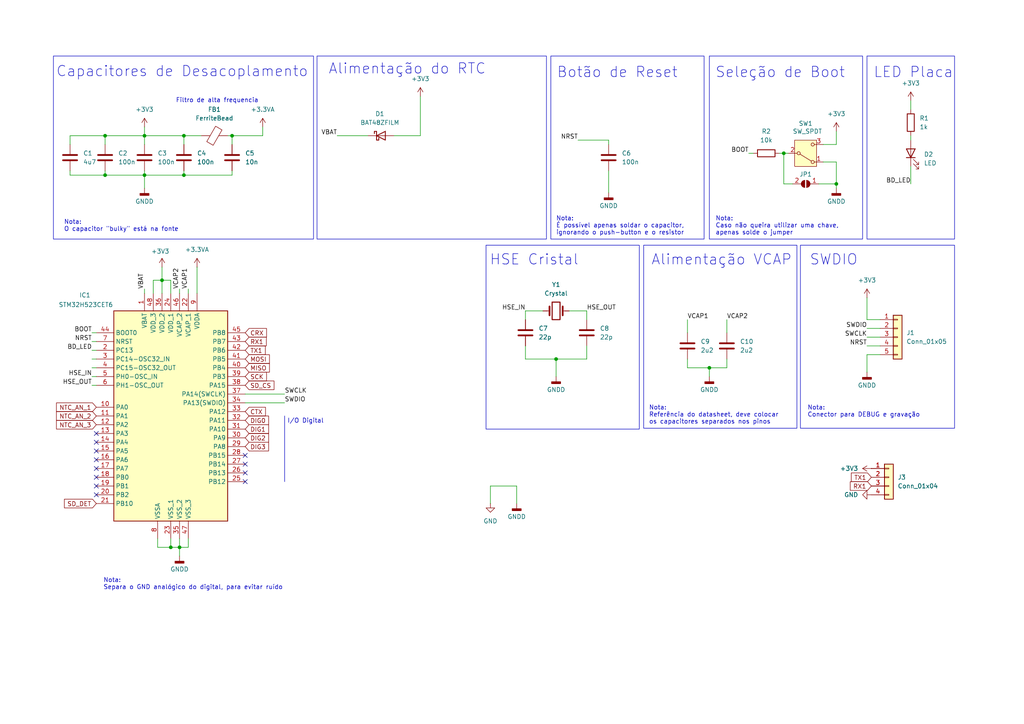
<source format=kicad_sch>
(kicad_sch (version 20231120) (generator "eeschema") (generator_version "8.0")
  (paper "A4")
  (lib_symbols
    (symbol "+3V3_1" (power) (pin_numbers hide) (pin_names (offset 0) hide)
      (property "Value" "+3V3" (at 0 3.556 0))
      (symbol "+3V3_1_0_1"
        (polyline (pts (xy -0.762 1.27) (xy 0 2.54)))
        (polyline (pts (xy 0 0) (xy 0 2.54)))
        (polyline (pts (xy 0 2.54) (xy 0.762 1.27)))
      )
      (symbol "+3V3_1_1_1"
        (pin power_in line (at 0 0 90) (length 0) (name "~") (number "1"))
      )
    )
    (symbol "+3V3_2" (power) (pin_numbers hide) (pin_names (offset 0) hide)
      (property "Value" "+3V3" (at 0 3.556 0))
      (symbol "+3V3_2_0_1"
        (polyline (pts (xy -0.762 1.27) (xy 0 2.54)))
        (polyline (pts (xy 0 0) (xy 0 2.54)))
        (polyline (pts (xy 0 2.54) (xy 0.762 1.27)))
      )
      (symbol "+3V3_2_1_1"
        (pin power_in line (at 0 0 90) (length 0) (name "~") (number "1"))
      )
    )
    (symbol "BajaKICAD:STM32H523CET6"
      (property "Reference" "IC" (at 39.37 17.78 0))
      (property "Value" "STM32H523CET6" (at 39.37 15.24 0))
      (symbol "STM32H523CET6_1_1"
        (rectangle (start 5.08 12.7) (end 38.1 -48.26) (stroke (width 0.254)) (fill (type background)))
        (pin passive line (at 13.97 17.78 270) (length 5.08) (name "VBAT") (number "1"))
        (pin passive line (at 0 -15.24 0) (length 5.08) (name "PA0") (number "10"))
        (pin passive line (at 0 -17.78 0) (length 5.08) (name "PA1") (number "11"))
        (pin passive line (at 0 -20.32 0) (length 5.08) (name "PA2") (number "12"))
        (pin passive line (at 0 -22.86 0) (length 5.08) (name "PA3") (number "13"))
        (pin passive line (at 0 -25.4 0) (length 5.08) (name "PA4") (number "14"))
        (pin passive line (at 0 -27.94 0) (length 5.08) (name "PA5") (number "15"))
        (pin passive line (at 0 -30.48 0) (length 5.08) (name "PA6") (number "16"))
        (pin passive line (at 0 -33.02 0) (length 5.08) (name "PA7") (number "17"))
        (pin passive line (at 0 -35.56 0) (length 5.08) (name "PB0") (number "18"))
        (pin passive line (at 0 -38.1 0) (length 5.08) (name "PB1") (number "19"))
        (pin passive line (at 0 1.27 0) (length 5.08) (name "PC13") (number "2"))
        (pin passive line (at 0 -40.64 0) (length 5.08) (name "PB2") (number "20"))
        (pin passive line (at 0 -43.18 0) (length 5.08) (name "PB10") (number "21"))
        (pin passive line (at 26.67 17.78 270) (length 5.08) (name "VCAP_1") (number "22"))
        (pin passive line (at 21.59 -53.34 90) (length 5.08) (name "VSS_1") (number "23"))
        (pin passive line (at 21.59 17.78 270) (length 5.08) (name "VDD_1") (number "24"))
        (pin passive line (at 43.18 -36.83 180) (length 5.08) (name "PB12") (number "25"))
        (pin passive line (at 43.18 -34.29 180) (length 5.08) (name "PB13") (number "26"))
        (pin passive line (at 43.18 -31.75 180) (length 5.08) (name "PB14") (number "27"))
        (pin passive line (at 43.18 -29.21 180) (length 5.08) (name "PB15") (number "28"))
        (pin passive line (at 43.18 -26.67 180) (length 5.08) (name "PA8") (number "29"))
        (pin passive line (at 0 -1.27 0) (length 5.08) (name "PC14-OSC32_IN") (number "3"))
        (pin passive line (at 43.18 -24.13 180) (length 5.08) (name "PA9") (number "30"))
        (pin passive line (at 43.18 -21.59 180) (length 5.08) (name "PA10") (number "31"))
        (pin passive line (at 43.18 -19.05 180) (length 5.08) (name "PA11") (number "32"))
        (pin passive line (at 43.18 -16.51 180) (length 5.08) (name "PA12") (number "33"))
        (pin passive line (at 43.18 -13.97 180) (length 5.08) (name "PA13(SWDIO)") (number "34"))
        (pin passive line (at 24.13 -53.34 90) (length 5.08) (name "VSS_2") (number "35"))
        (pin passive line (at 19.05 17.78 270) (length 5.08) (name "VDD_2") (number "36"))
        (pin passive line (at 43.18 -11.43 180) (length 5.08) (name "PA14(SWCLK)") (number "37"))
        (pin passive line (at 43.18 -8.89 180) (length 5.08) (name "PA15") (number "38"))
        (pin passive line (at 43.18 -6.35 180) (length 5.08) (name "PB3") (number "39"))
        (pin passive line (at 0 -3.81 0) (length 5.08) (name "PC15-OSC32_OUT") (number "4"))
        (pin passive line (at 43.18 -3.81 180) (length 5.08) (name "PB4") (number "40"))
        (pin passive line (at 43.18 -1.27 180) (length 5.08) (name "PB5") (number "41"))
        (pin passive line (at 43.18 1.27 180) (length 5.08) (name "PB6") (number "42"))
        (pin passive line (at 43.18 3.81 180) (length 5.08) (name "PB7") (number "43"))
        (pin passive line (at 0 6.35 0) (length 5.08) (name "BOOT0") (number "44"))
        (pin passive line (at 43.18 6.35 180) (length 5.08) (name "PB8") (number "45"))
        (pin passive line (at 24.13 17.78 270) (length 5.08) (name "VCAP_2") (number "46"))
        (pin passive line (at 26.67 -53.34 90) (length 5.08) (name "VSS_3") (number "47"))
        (pin passive line (at 16.51 17.78 270) (length 5.08) (name "VDD_3") (number "48"))
        (pin passive line (at 0 -6.35 0) (length 5.08) (name "PH0-OSC_IN") (number "5"))
        (pin passive line (at 0 -8.89 0) (length 5.08) (name "PH1-OSC_OUT") (number "6"))
        (pin passive line (at 0 3.81 0) (length 5.08) (name "NRST") (number "7"))
        (pin passive line (at 17.78 -53.34 90) (length 5.08) (name "VSSA") (number "8"))
        (pin passive line (at 29.21 17.78 270) (length 5.08) (name "VDDA") (number "9"))
      )
    )
    (symbol "Connector_Generic:Conn_01x04" (pin_names (offset 1.016) hide)
      (property "Reference" "J" (at 0 5.08 0))
      (property "Value" "Conn_01x04" (at 0 -7.62 0))
      (symbol "Conn_01x04_1_1"
        (rectangle (start -1.27 -4.953) (end 0 -5.207) (stroke (width 0.1524)))
        (rectangle (start -1.27 -2.413) (end 0 -2.667) (stroke (width 0.1524)))
        (rectangle (start -1.27 0.127) (end 0 -0.127) (stroke (width 0.1524)))
        (rectangle (start -1.27 2.667) (end 0 2.413) (stroke (width 0.1524)))
        (rectangle (start -1.27 3.81) (end 1.27 -6.35) (stroke (width 0.254)) (fill (type background)))
        (pin passive line (at -5.08 2.54 0) (length 3.81) (name "Pin_1") (number "1"))
        (pin passive line (at -5.08 0 0) (length 3.81) (name "Pin_2") (number "2"))
        (pin passive line (at -5.08 -2.54 0) (length 3.81) (name "Pin_3") (number "3"))
        (pin passive line (at -5.08 -5.08 0) (length 3.81) (name "Pin_4") (number "4"))
      )
    )
    (symbol "Connector_Generic:Conn_01x05" (pin_names (offset 1.016) hide)
      (property "Reference" "J" (at 0 7.62 0))
      (property "Value" "Conn_01x05" (at 0 -7.62 0))
      (symbol "Conn_01x05_1_1"
        (rectangle (start -1.27 -4.953) (end 0 -5.207) (stroke (width 0.1524)))
        (rectangle (start -1.27 -2.413) (end 0 -2.667) (stroke (width 0.1524)))
        (rectangle (start -1.27 0.127) (end 0 -0.127) (stroke (width 0.1524)))
        (rectangle (start -1.27 2.667) (end 0 2.413) (stroke (width 0.1524)))
        (rectangle (start -1.27 5.207) (end 0 4.953) (stroke (width 0.1524)))
        (rectangle (start -1.27 6.35) (end 1.27 -6.35) (stroke (width 0.254)) (fill (type background)))
        (pin passive line (at -5.08 5.08 0) (length 3.81) (name "Pin_1") (number "1"))
        (pin passive line (at -5.08 2.54 0) (length 3.81) (name "Pin_2") (number "2"))
        (pin passive line (at -5.08 0 0) (length 3.81) (name "Pin_3") (number "3"))
        (pin passive line (at -5.08 -2.54 0) (length 3.81) (name "Pin_4") (number "4"))
        (pin passive line (at -5.08 -5.08 0) (length 3.81) (name "Pin_5") (number "5"))
      )
    )
    (symbol "Device:C" (pin_numbers hide) (pin_names (offset 0.254))
      (property "Reference" "C" (at 0.635 2.54 0))
      (property "Value" "C" (at 0.635 -2.54 0))
      (symbol "C_0_1"
        (polyline (pts (xy -2.032 -0.762) (xy 2.032 -0.762)) (stroke (width 0.508)))
        (polyline (pts (xy -2.032 0.762) (xy 2.032 0.762)) (stroke (width 0.508)))
      )
      (symbol "C_1_1"
        (pin passive line (at 0 3.81 270) (length 2.794) (name "~") (number "1"))
        (pin passive line (at 0 -3.81 90) (length 2.794) (name "~") (number "2"))
      )
    )
    (symbol "Device:Crystal" (pin_numbers hide) (pin_names (offset 1.016) hide)
      (property "Reference" "Y" (at 0 3.81 0))
      (property "Value" "Crystal" (at 0 -3.81 0))
      (symbol "Crystal_0_1"
        (rectangle (start -1.143 2.54) (end 1.143 -2.54) (stroke (width 0.3048)))
        (polyline (pts (xy -2.54 0) (xy -1.905 0)))
        (polyline (pts (xy -1.905 -1.27) (xy -1.905 1.27)) (stroke (width 0.508)))
        (polyline (pts (xy 1.905 -1.27) (xy 1.905 1.27)) (stroke (width 0.508)))
        (polyline (pts (xy 2.54 0) (xy 1.905 0)))
      )
      (symbol "Crystal_1_1"
        (pin passive line (at -3.81 0 0) (length 1.27) (name "1") (number "1"))
        (pin passive line (at 3.81 0 180) (length 1.27) (name "2") (number "2"))
      )
    )
    (symbol "Device:FerriteBead" (pin_numbers hide) (pin_names (offset 0))
      (property "Reference" "FB" (at -3.81 0.635 90))
      (property "Value" "FerriteBead" (at 3.81 0 90))
      (symbol "FerriteBead_0_1"
        (polyline (pts (xy 0 -1.27) (xy 0 -1.2192)))
        (polyline (pts (xy 0 1.27) (xy 0 1.2954)))
        (polyline (pts (xy -2.7686 0.4064) (xy -1.7018 2.2606) (xy 2.7686 -0.3048) (xy 1.6764 -2.159) (xy -2.7686 0.4064)))
      )
      (symbol "FerriteBead_1_1"
        (pin passive line (at 0 3.81 270) (length 2.54) (name "~") (number "1"))
        (pin passive line (at 0 -3.81 90) (length 2.54) (name "~") (number "2"))
      )
    )
    (symbol "Device:LED" (pin_numbers hide) (pin_names (offset 1.016) hide)
      (property "Reference" "D" (at 0 2.54 0))
      (property "Value" "LED" (at 0 -2.54 0))
      (symbol "LED_0_1"
        (polyline (pts (xy -1.27 -1.27) (xy -1.27 1.27)) (stroke (width 0.254)))
        (polyline (pts (xy -1.27 0) (xy 1.27 0)))
        (polyline (pts (xy 1.27 -1.27) (xy 1.27 1.27) (xy -1.27 0) (xy 1.27 -1.27)) (stroke (width 0.254)))
        (polyline (pts (xy -3.048 -0.762) (xy -4.572 -2.286) (xy -3.81 -2.286) (xy -4.572 -2.286) (xy -4.572 -1.524)))
        (polyline (pts (xy -1.778 -0.762) (xy -3.302 -2.286) (xy -2.54 -2.286) (xy -3.302 -2.286) (xy -3.302 -1.524)))
      )
      (symbol "LED_1_1"
        (pin passive line (at -3.81 0 0) (length 2.54) (name "K") (number "1"))
        (pin passive line (at 3.81 0 180) (length 2.54) (name "A") (number "2"))
      )
    )
    (symbol "Device:R" (pin_numbers hide) (pin_names (offset 0))
      (property "Reference" "R" (at 2.032 0 90))
      (property "Value" "R" (at 0 0 90))
      (symbol "R_0_1"
        (rectangle (start -1.016 -2.54) (end 1.016 2.54) (stroke (width 0.254)))
      )
      (symbol "R_1_1"
        (pin passive line (at 0 3.81 270) (length 1.27) (name "~") (number "1"))
        (pin passive line (at 0 -3.81 90) (length 1.27) (name "~") (number "2"))
      )
    )
    (symbol "Diode:BAT48ZFILM" (pin_numbers hide) (pin_names (offset 1.016) hide)
      (property "Reference" "D" (at 0 2.54 0))
      (property "Value" "BAT48ZFILM" (at 0 -2.54 0))
      (symbol "BAT48ZFILM_0_1"
        (polyline (pts (xy 1.27 0) (xy -1.27 0)))
        (polyline (pts (xy 1.27 1.27) (xy 1.27 -1.27) (xy -1.27 0) (xy 1.27 1.27)) (stroke (width 0.254)))
        (polyline (pts (xy -1.905 0.635) (xy -1.905 1.27) (xy -1.27 1.27) (xy -1.27 -1.27) (xy -0.635 -1.27) (xy -0.635 -0.635)) (stroke (width 0.254)))
      )
      (symbol "BAT48ZFILM_1_1"
        (pin passive line (at -3.81 0 0) (length 2.54) (name "K") (number "1"))
        (pin passive line (at 3.81 0 180) (length 2.54) (name "A") (number "2"))
      )
    )
    (symbol "Jumper:SolderJumper_2_Open" (pin_names (offset 0) hide)
      (property "Reference" "JP" (at 0 2.032 0))
      (property "Value" "SolderJumper_2_Open" (at 0 -2.54 0))
      (symbol "SolderJumper_2_Open_0_1"
        (arc (start -0.254 1.016) (mid -1.2656 0) (end -0.254 -1.016))
        (arc (start -0.254 1.016) (mid -1.2656 0) (end -0.254 -1.016) (fill (type outline)))
        (polyline (pts (xy -0.254 1.016) (xy -0.254 -1.016)))
        (polyline (pts (xy 0.254 1.016) (xy 0.254 -1.016)))
        (arc (start 0.254 -1.016) (mid 1.2656 0) (end 0.254 1.016))
        (arc (start 0.254 -1.016) (mid 1.2656 0) (end 0.254 1.016) (fill (type outline)))
      )
      (symbol "SolderJumper_2_Open_1_1"
        (pin passive line (at -3.81 0 0) (length 2.54) (name "A") (number "1"))
        (pin passive line (at 3.81 0 180) (length 2.54) (name "B") (number "2"))
      )
    )
    (symbol "Switch:SW_SPDT" (pin_names (offset 0) hide)
      (property "Reference" "SW" (at 0 5.08 0))
      (property "Value" "SW_SPDT" (at 0 -5.08 0))
      (symbol "SW_SPDT_0_1"
        (circle (center -2.032 0) (radius 0.4572))
        (polyline (pts (xy -1.651 0.254) (xy 1.651 2.286)))
        (circle (center 2.032 -2.54) (radius 0.4572))
        (circle (center 2.032 2.54) (radius 0.4572))
      )
      (symbol "SW_SPDT_1_1"
        (rectangle (start -3.175 3.81) (end 3.175 -3.81) (fill (type background)))
        (pin passive line (at 5.08 2.54 180) (length 2.54) (name "A") (number "1"))
        (pin passive line (at -5.08 0 0) (length 2.54) (name "B") (number "2"))
        (pin passive line (at 5.08 -2.54 180) (length 2.54) (name "C") (number "3"))
      )
    )
    (symbol "power:+3.3VA" (power) (pin_numbers hide) (pin_names (offset 0) hide)
      (property "Value" "+3.3VA" (at 0 3.556 0))
      (symbol "+3.3VA_0_1"
        (polyline (pts (xy -0.762 1.27) (xy 0 2.54)))
        (polyline (pts (xy 0 0) (xy 0 2.54)))
        (polyline (pts (xy 0 2.54) (xy 0.762 1.27)))
      )
      (symbol "+3.3VA_1_1"
        (pin power_in line (at 0 0 90) (length 0) (name "~") (number "1"))
      )
    )
    (symbol "power:+3V3" (power) (pin_names (offset 0))
      (property "Value" "+3V3" (at 0 3.556 0))
      (symbol "+3V3_0_1"
        (polyline (pts (xy -0.762 1.27) (xy 0 2.54)))
        (polyline (pts (xy 0 0) (xy 0 2.54)))
        (polyline (pts (xy 0 2.54) (xy 0.762 1.27)))
      )
      (symbol "+3V3_1_1"
        (pin power_in line (at 0 0 90) (length 0) hide (name "+3V3") (number "1"))
      )
    )
    (symbol "power:GND" (power) (pin_numbers hide) (pin_names (offset 0) hide)
      (property "Value" "GND" (at 0 -3.81 0))
      (symbol "GND_0_1"
        (polyline (pts (xy 0 0) (xy 0 -1.27) (xy 1.27 -1.27) (xy 0 -2.54) (xy -1.27 -1.27) (xy 0 -1.27)))
      )
      (symbol "GND_1_1"
        (pin power_in line (at 0 0 270) (length 0) (name "~") (number "1"))
      )
    )
    (symbol "power:GNDD" (power) (pin_names (offset 0))
      (property "Value" "GNDD" (at 0 -3.175 0))
      (symbol "GNDD_0_1"
        (rectangle (start -1.27 -1.524) (end 1.27 -2.032) (stroke (width 0.254)) (fill (type outline)))
        (polyline (pts (xy 0 0) (xy 0 -1.524)))
      )
      (symbol "GNDD_1_1"
        (pin power_in line (at 0 0 270) (length 0) hide (name "GNDD") (number "1"))
      )
    )
  )
  (junction (at 53.34 50.8))
  (junction (at 161.29 104.14))
  (junction (at 41.91 50.8))
  (junction (at 30.48 50.8))
  (junction (at 46.99 81.28))
  (junction (at 67.31 39.37))
  (junction (at 41.91 39.37))
  (junction (at 53.34 39.37))
  (junction (at 227.33 44.45))
  (junction (at 30.48 39.37))
  (junction (at 205.74 106.68))
  (junction (at 52.07 158.75))
  (junction (at 242.57 53.34))
  (junction (at 49.53 158.75))
  (no_connect (at 27.94 130.81))
  (no_connect (at 27.94 138.43))
  (no_connect (at 71.12 137.16))
  (no_connect (at 71.12 132.08))
  (no_connect (at 27.94 140.97))
  (no_connect (at 27.94 143.51))
  (no_connect (at 27.94 128.27))
  (no_connect (at 27.94 125.73))
  (no_connect (at 71.12 139.7))
  (no_connect (at 71.12 134.62))
  (no_connect (at 27.94 135.89))
  (no_connect (at 27.94 133.35))
  (wire (pts (xy 67.31 50.8) (xy 67.31 49.53)))
  (wire (pts (xy 26.67 101.6) (xy 27.94 101.6)))
  (wire (pts (xy 82.55 116.84) (xy 71.12 116.84)))
  (wire (pts (xy 176.53 49.53) (xy 176.53 55.88)))
  (wire (pts (xy 205.74 106.68) (xy 210.82 106.68)))
  (wire (pts (xy 20.32 50.8) (xy 30.48 50.8)))
  (wire (pts (xy 41.91 50.8) (xy 53.34 50.8)))
  (wire (pts (xy 82.55 114.3) (xy 71.12 114.3)))
  (wire (pts (xy 238.76 41.91) (xy 242.57 41.91)))
  (wire (pts (xy 161.29 104.14) (xy 170.18 104.14)))
  (wire (pts (xy 264.16 48.26) (xy 264.16 53.34)))
  (wire (pts (xy 251.46 95.25) (xy 255.27 95.25)))
  (wire (pts (xy 76.2 36.83) (xy 76.2 39.37)))
  (wire (pts (xy 49.53 85.09) (xy 49.53 81.28)))
  (wire (pts (xy 52.07 156.21) (xy 52.07 158.75)))
  (wire (pts (xy 251.46 86.36) (xy 251.46 92.71)))
  (wire (pts (xy 251.46 97.79) (xy 255.27 97.79)))
  (wire (pts (xy 199.39 96.52) (xy 199.39 92.71)))
  (wire (pts (xy 54.61 156.21) (xy 54.61 158.75)))
  (wire (pts (xy 52.07 158.75) (xy 54.61 158.75)))
  (wire (pts (xy 30.48 50.8) (xy 30.48 49.53)))
  (wire (pts (xy 251.46 102.87) (xy 251.46 107.95)))
  (wire (pts (xy 242.57 38.1) (xy 242.57 41.91)))
  (wire (pts (xy 30.48 50.8) (xy 41.91 50.8)))
  (wire (pts (xy 41.91 36.83) (xy 41.91 39.37)))
  (wire (pts (xy 41.91 39.37) (xy 53.34 39.37)))
  (wire (pts (xy 67.31 41.91) (xy 67.31 39.37)))
  (wire (pts (xy 176.53 41.91) (xy 176.53 40.64)))
  (wire (pts (xy 255.27 92.71) (xy 251.46 92.71)))
  (wire (pts (xy 210.82 106.68) (xy 210.82 104.14)))
  (wire (pts (xy 227.33 53.34) (xy 229.87 53.34)))
  (wire (pts (xy 226.06 44.45) (xy 227.33 44.45)))
  (wire (pts (xy 161.29 104.14) (xy 152.4 104.14)))
  (wire (pts (xy 97.79 39.37) (xy 106.68 39.37)))
  (wire (pts (xy 66.04 39.37) (xy 67.31 39.37)))
  (wire (pts (xy 26.67 109.22) (xy 27.94 109.22)))
  (wire (pts (xy 41.91 83.82) (xy 41.91 85.09)))
  (wire (pts (xy 46.99 81.28) (xy 46.99 85.09)))
  (wire (pts (xy 67.31 39.37) (xy 76.2 39.37)))
  (wire (pts (xy 152.4 90.17) (xy 157.48 90.17)))
  (wire (pts (xy 26.67 104.14) (xy 27.94 104.14)))
  (wire (pts (xy 142.24 140.97) (xy 149.86 140.97)))
  (wire (pts (xy 237.49 53.34) (xy 242.57 53.34)))
  (wire (pts (xy 26.67 111.76) (xy 27.94 111.76)))
  (wire (pts (xy 49.53 158.75) (xy 52.07 158.75)))
  (wire (pts (xy 53.34 50.8) (xy 53.34 49.53)))
  (wire (pts (xy 264.16 39.37) (xy 264.16 40.64)))
  (wire (pts (xy 227.33 44.45) (xy 227.33 53.34)))
  (wire (pts (xy 41.91 50.8) (xy 41.91 49.53)))
  (wire (pts (xy 238.76 46.99) (xy 242.57 46.99)))
  (polyline (pts (xy 82.55 120.65) (xy 82.55 139.7)))
  (wire (pts (xy 217.17 44.45) (xy 218.44 44.45)))
  (wire (pts (xy 53.34 39.37) (xy 58.42 39.37)))
  (wire (pts (xy 46.99 77.47) (xy 46.99 81.28)))
  (wire (pts (xy 264.16 29.21) (xy 264.16 31.75)))
  (wire (pts (xy 44.45 81.28) (xy 46.99 81.28)))
  (wire (pts (xy 53.34 50.8) (xy 67.31 50.8)))
  (wire (pts (xy 26.67 106.68) (xy 27.94 106.68)))
  (wire (pts (xy 170.18 104.14) (xy 170.18 100.33)))
  (wire (pts (xy 57.15 77.47) (xy 57.15 85.09)))
  (wire (pts (xy 20.32 39.37) (xy 30.48 39.37)))
  (wire (pts (xy 210.82 92.71) (xy 210.82 96.52)))
  (wire (pts (xy 41.91 50.8) (xy 41.91 54.61)))
  (wire (pts (xy 53.34 41.91) (xy 53.34 39.37)))
  (wire (pts (xy 30.48 41.91) (xy 30.48 39.37)))
  (wire (pts (xy 45.72 156.21) (xy 45.72 158.75)))
  (wire (pts (xy 45.72 158.75) (xy 49.53 158.75)))
  (wire (pts (xy 41.91 41.91) (xy 41.91 39.37)))
  (wire (pts (xy 54.61 83.82) (xy 54.61 85.09)))
  (wire (pts (xy 52.07 158.75) (xy 52.07 161.29)))
  (wire (pts (xy 46.99 81.28) (xy 49.53 81.28)))
  (wire (pts (xy 165.1 90.17) (xy 170.18 90.17)))
  (wire (pts (xy 242.57 54.61) (xy 242.57 53.34)))
  (wire (pts (xy 199.39 106.68) (xy 205.74 106.68)))
  (wire (pts (xy 114.3 39.37) (xy 121.92 39.37)))
  (wire (pts (xy 242.57 53.34) (xy 242.57 46.99)))
  (wire (pts (xy 20.32 50.8) (xy 20.32 49.53)))
  (wire (pts (xy 44.45 85.09) (xy 44.45 81.28)))
  (wire (pts (xy 26.67 99.06) (xy 27.94 99.06)))
  (wire (pts (xy 161.29 109.22) (xy 161.29 104.14)))
  (wire (pts (xy 251.46 100.33) (xy 255.27 100.33)))
  (wire (pts (xy 20.32 41.91) (xy 20.32 39.37)))
  (wire (pts (xy 255.27 102.87) (xy 251.46 102.87)))
  (wire (pts (xy 49.53 156.21) (xy 49.53 158.75)))
  (wire (pts (xy 30.48 39.37) (xy 41.91 39.37)))
  (wire (pts (xy 152.4 92.71) (xy 152.4 90.17)))
  (wire (pts (xy 167.64 40.64) (xy 176.53 40.64)))
  (wire (pts (xy 52.07 83.82) (xy 52.07 85.09)))
  (wire (pts (xy 205.74 109.22) (xy 205.74 106.68)))
  (wire (pts (xy 152.4 104.14) (xy 152.4 100.33)))
  (wire (pts (xy 26.67 96.52) (xy 27.94 96.52)))
  (wire (pts (xy 121.92 27.94) (xy 121.92 39.37)))
  (wire (pts (xy 199.39 106.68) (xy 199.39 104.14)))
  (wire (pts (xy 142.24 146.05) (xy 142.24 140.97)))
  (wire (pts (xy 170.18 90.17) (xy 170.18 92.71)))
  (wire (pts (xy 149.86 140.97) (xy 149.86 146.05)))
  (wire (pts (xy 227.33 44.45) (xy 228.6 44.45)))
  (rectangle (start 15.494 16.256) (end 90.932 69.342))
  (rectangle (start 251.46 16.256) (end 276.86 69.342))
  (rectangle (start 140.97 71.12) (end 185.42 124.46))
  (rectangle (start 159.766 16.256) (end 204.216 69.342))
  (rectangle (start 186.69 71.12) (end 231.14 124.206))
  (rectangle (start 91.948 16.256) (end 158.496 69.342))
  (rectangle (start 232.156 71.12) (end 276.86 124.206))
  (rectangle (start 205.74 16.256) (end 250.19 69.342))
  (text "Alimentação do RTC" (at 118.11 20.066 0) (effects (font (size 3 3))))
  (text "Nota:\nReferência do datasheet, deve colocar \nos capacitores separados nos pinos" (at 188.214 120.396 0) (effects (font (size 1.27 1.27)) (justify left)))
  (text "Seleção de Boot" (at 226.314 21.082 0) (effects (font (size 3 3))))
  (text "Nota:\nÉ possível apenas soldar o capacitor,\nignorando o push-button e o resistor" (at 161.29 65.532 0) (effects (font (size 1.27 1.27)) (justify left)))
  (text "Botão de Reset" (at 179.07 21.082 0) (effects (font (size 3 3))))
  (text "Nota:\nO capacitor \"bulky\" está na fonte" (at 18.542 65.532 0) (effects (font (size 1.27 1.27)) (justify left)))
  (text "Alimentação VCAP" (at 209.296 75.438 0) (effects (font (size 3 3))))
  (text "HSE Cristal" (at 154.94 75.438 0) (effects (font (size 3 3))))
  (text "Nota:\nSepara o GND analógico do digital, para evitar ruído" (at 29.972 169.418 0) (effects (font (size 1.27 1.27)) (justify left)))
  (text "Nota:\nCaso não queira utilizar uma chave,\napenas solde o jumper" (at 207.518 65.532 0) (effects (font (size 1.27 1.27)) (justify left)))
  (text "Filtro de alta frequencia" (at 62.992 29.21 0) (effects (font (size 1.27 1.27))))
  (text "SWDIO" (at 241.808 75.438 0) (effects (font (size 3 3))))
  (text "Nota:\nConector para DEBUG e gravação" (at 234.188 119.38 0) (effects (font (size 1.27 1.27)) (justify left)))
  (text "I/O Digital\n" (at 88.646 122.174 0) (effects (font (size 1.27 1.27))))
  (text "LED Placa" (at 264.922 21.082 0) (effects (font (size 3 3))))
  (text "Capacitores de Desacoplamento" (at 52.832 20.828 0) (effects (font (size 3 3))))
  (label "NRST" (at 167.64 40.64 180))
  (label "SWCLK" (at 82.55 114.3 0))
  (label "VCAP2" (at 210.82 92.71 0))
  (label "SWDIO" (at 82.55 116.84 0))
  (label "BD_LED" (at 26.67 101.6 180))
  (label "BD_LED" (at 264.16 53.34 180))
  (label "BOOT" (at 26.67 96.52 180))
  (label "NRST" (at 251.46 100.33 180))
  (label "NRST" (at 26.67 99.06 180))
  (label "SWDIO" (at 251.46 95.25 180))
  (label "BOOT" (at 217.17 44.45 180))
  (label "VBAT" (at 41.91 83.82 90))
  (label "SWCLK" (at 251.46 97.79 180))
  (label "VCAP1" (at 199.39 92.71 0))
  (label "VBAT" (at 97.79 39.37 180))
  (label "HSE_IN" (at 26.67 109.22 180))
  (label "VCAP1" (at 54.61 83.82 90))
  (label "VCAP2" (at 52.07 83.82 90))
  (label "HSE_IN" (at 152.4 90.17 180))
  (label "HSE_OUT" (at 170.18 90.17 0))
  (label "HSE_OUT" (at 26.67 111.76 180))
  (global_label "RX1" (shape input) (at 252.73 140.97 180) (property "Intersheetrefs" "${INTERSHEET_REFS}" (effects (hide yes))))
  (global_label "NTC_AN_1" (shape input) (at 27.94 118.11 180) (property "Intersheetrefs" "${INTERSHEET_REFS}" (effects (hide yes))))
  (global_label "SD_DET" (shape input) (at 27.94 146.05 180) (property "Intersheetrefs" "${INTERSHEET_REFS}" (effects (hide yes))))
  (global_label "DIG3" (shape input) (at 71.12 129.54 0) (property "Intersheetrefs" "${INTERSHEET_REFS}" (effects (hide yes))))
  (global_label "DIG0" (shape input) (at 71.12 121.92 0) (property "Intersheetrefs" "${INTERSHEET_REFS}" (effects (hide yes))))
  (global_label "MOSI" (shape input) (at 71.12 104.14 0) (property "Intersheetrefs" "${INTERSHEET_REFS}" (effects (hide yes))))
  (global_label "RX1" (shape input) (at 71.12 99.06 0) (property "Intersheetrefs" "${INTERSHEET_REFS}" (effects (hide yes))))
  (global_label "DIG1" (shape input) (at 71.12 124.46 0) (property "Intersheetrefs" "${INTERSHEET_REFS}" (effects (hide yes))))
  (global_label "NTC_AN_2" (shape input) (at 27.94 120.65 180) (property "Intersheetrefs" "${INTERSHEET_REFS}" (effects (hide yes))))
  (global_label "TX1" (shape input) (at 71.12 101.6 0) (property "Intersheetrefs" "${INTERSHEET_REFS}" (effects (hide yes))))
  (global_label "TX1" (shape input) (at 252.73 138.43 180) (property "Intersheetrefs" "${INTERSHEET_REFS}" (effects (hide yes))))
  (global_label "NTC_AN_3" (shape input) (at 27.94 123.19 180) (property "Intersheetrefs" "${INTERSHEET_REFS}" (effects (hide yes))))
  (global_label "SCK" (shape input) (at 71.12 109.22 0) (property "Intersheetrefs" "${INTERSHEET_REFS}" (effects (hide yes))))
  (global_label "SD_CS" (shape input) (at 71.12 111.76 0) (property "Intersheetrefs" "${INTERSHEET_REFS}" (effects (hide yes))))
  (global_label "DIG2" (shape input) (at 71.12 127 0) (property "Intersheetrefs" "${INTERSHEET_REFS}" (effects (hide yes))))
  (global_label "CRX" (shape input) (at 71.12 96.52 0) (property "Intersheetrefs" "${INTERSHEET_REFS}" (effects (hide yes))))
  (global_label "CTX" (shape input) (at 71.12 119.38 0) (property "Intersheetrefs" "${INTERSHEET_REFS}" (effects (hide yes))))
  (global_label "MISO" (shape input) (at 71.12 106.68 0) (property "Intersheetrefs" "${INTERSHEET_REFS}" (effects (hide yes))))
  (symbol (lib_id "Jumper:SolderJumper_2_Open") (at 233.68 53.34 180) (unit 1)
    (property "Reference" "JP1" (at 233.68 50.546 0))
    (property "Value" "SolderJumper_2_Open" (effects (hide yes)))
    (property "Footprint" "Jumper:SolderJumper-2_P1.3mm_Open_RoundedPad1.0x1.5mm" (effects (hide yes)))
    (property "Description" "Solder Jumper, 2-pole, open" (effects (hide yes)))
  )
  (symbol (lib_id "Switch:SW_SPDT") (at 233.68 44.45 0) (mirror x) (unit 1)
    (property "Reference" "SW1" (at 233.68 35.814 0))
    (property "Value" "SW_SPDT" (at 234.188 38.1 0))
    (property "Footprint" "Connector_PinHeader_2.54mm:PinHeader_1x03_P2.54mm_Vertical" (effects (hide yes)))
    (property "Description" "Switch, single pole double throw" (effects (hide yes)))
  )
  (symbol (lib_id "power:GND") (at 142.24 146.05 0) (unit 1)
    (property "Reference" "#PWR15" (effects (hide yes)))
    (property "Value" "GND" (at 142.24 151.13 0))
    (property "Description" "Power symbol creates a global label with name \"GND\" , ground" (effects (hide yes)))
  )
  (symbol (lib_id "power:+3V3") (at 251.46 86.36 0) (unit 1)
    (property "Reference" "#PWR11" (effects (hide yes)))
    (property "Value" "+3V3" (at 251.46 81.28 0))
    (property "Description" "Power symbol creates a global label with name \"+3V3\"" (effects (hide yes)))
  )
  (symbol (lib_id "Connector_Generic:Conn_01x05") (at 260.35 97.79 0) (unit 1)
    (property "Reference" "J1" (at 262.89 96.5199 0) (effects (justify left)))
    (property "Value" "Conn_01x05" (at 262.89 99.0599 0) (effects (justify left)))
    (property "Footprint" "Connector_PinHeader_2.54mm:PinHeader_1x05_P2.54mm_Vertical" (effects (hide yes)))
    (property "Description" "Generic connector, single row, 01x05, script generated (kicad-library-utils/schlib/autogen/connector/)" (effects (hide yes)))
  )
  (symbol (lib_id "power:+3V3") (at 41.91 36.83 0) (unit 1)
    (property "Reference" "#PWR3" (effects (hide yes)))
    (property "Value" "+3V3" (at 41.91 31.75 0))
    (property "Description" "Power symbol creates a global label with name \"+3V3\"" (effects (hide yes)))
  )
  (symbol (lib_id "Device:C") (at 53.34 45.72 0) (unit 1)
    (property "Reference" "C4" (at 57.15 44.4499 0) (effects (justify left)))
    (property "Value" "100n" (at 57.15 46.9899 0) (effects (justify left)))
    (property "Footprint" "Capacitor_SMD:C_0603_1608Metric_Pad1.08x0.95mm_HandSolder" (effects (hide yes)))
    (property "Description" "Unpolarized capacitor" (effects (hide yes)))
  )
  (symbol (lib_id "Device:C") (at 41.91 45.72 0) (unit 1)
    (property "Reference" "C3" (at 45.72 44.4499 0) (effects (justify left)))
    (property "Value" "100n" (at 45.72 46.9899 0) (effects (justify left)))
    (property "Footprint" "Capacitor_SMD:C_0603_1608Metric_Pad1.08x0.95mm_HandSolder" (effects (hide yes)))
    (property "Description" "Unpolarized capacitor" (effects (hide yes)))
  )
  (symbol (lib_id "power:GNDD") (at 251.46 107.95 0) (unit 1)
    (property "Reference" "#PWR12" (effects (hide yes)))
    (property "Value" "GNDD" (at 251.46 111.76 0))
    (property "Description" "Power symbol creates a global label with name \"GNDD\" , digital ground" (effects (hide yes)))
  )
  (symbol (lib_id "Device:C") (at 210.82 100.33 0) (unit 1)
    (property "Reference" "C10" (at 214.63 99.0599 0) (effects (justify left)))
    (property "Value" "2u2" (at 214.63 101.5999 0) (effects (justify left)))
    (property "Footprint" "Capacitor_SMD:C_0603_1608Metric_Pad1.08x0.95mm_HandSolder" (effects (hide yes)))
    (property "Description" "Unpolarized capacitor" (effects (hide yes)))
  )
  (symbol (lib_id "power:GNDD") (at 161.29 109.22 0) (unit 1)
    (property "Reference" "#PWR13" (effects (hide yes)))
    (property "Value" "GNDD" (at 161.29 113.03 0))
    (property "Description" "Power symbol creates a global label with name \"GNDD\" , digital ground" (effects (hide yes)))
  )
  (symbol (lib_id "power:GNDD") (at 176.53 55.88 0) (unit 1)
    (property "Reference" "#PWR8" (effects (hide yes)))
    (property "Value" "GNDD" (at 176.53 59.69 0))
    (property "Description" "Power symbol creates a global label with name \"GNDD\" , digital ground" (effects (hide yes)))
  )
  (symbol (lib_id "power:GND") (at 252.73 143.51 270) (unit 1)
    (property "Reference" "#PWR70" (effects (hide yes)))
    (property "Value" "GND" (at 248.92 143.5099 90) (effects (justify right)))
    (property "Description" "Power symbol creates a global label with name \"GND\" , ground" (effects (hide yes)))
  )
  (symbol (lib_id "Connector_Generic:Conn_01x04") (at 257.81 138.43 0) (unit 1)
    (property "Reference" "J3" (at 260.35 138.4299 0) (effects (justify left)))
    (property "Value" "Conn_01x04" (at 260.35 140.9699 0) (effects (justify left)))
    (property "Footprint" "Baja_Library:Molex_KK-254_AE-6410-04A_1x04_P2.54mm_Vertical" (effects (hide yes)))
    (property "Description" "Generic connector, single row, 01x04, script generated (kicad-library-utils/schlib/autogen/connector/)" (effects (hide yes)))
  )
  (symbol (lib_id "Device:C") (at 152.4 96.52 0) (unit 1)
    (property "Reference" "C7" (at 156.21 95.2499 0) (effects (justify left)))
    (property "Value" "22p" (at 156.21 97.7899 0) (effects (justify left)))
    (property "Footprint" "Capacitor_SMD:C_0603_1608Metric_Pad1.08x0.95mm_HandSolder" (effects (hide yes)))
    (property "Description" "Unpolarized capacitor" (effects (hide yes)))
  )
  (symbol (lib_id "Device:R") (at 222.25 44.45 90) (unit 1)
    (property "Reference" "R2" (at 222.25 38.1 90))
    (property "Value" "10k" (at 222.25 40.64 90))
    (property "Footprint" "Resistor_SMD:R_1206_3216Metric_Pad1.30x1.75mm_HandSolder" (effects (hide yes)))
    (property "Description" "Resistor" (effects (hide yes)))
  )
  (symbol (lib_id "power:GNDD") (at 149.86 146.05 0) (unit 1)
    (property "Reference" "#PWR16" (effects (hide yes)))
    (property "Value" "GNDD" (at 149.86 149.86 0))
    (property "Description" "Power symbol creates a global label with name \"GNDD\" , digital ground" (effects (hide yes)))
  )
  (symbol (lib_name "+3V3_2") (lib_id "power:+3V3") (at 252.73 135.89 90) (unit 1)
    (property "Reference" "#PWR69" (effects (hide yes)))
    (property "Value" "+3V3" (at 248.92 135.8899 90) (effects (justify left)))
    (property "Description" "Power symbol creates a global label with name \"+3V3\"" (effects (hide yes)))
  )
  (symbol (lib_id "power:+3.3VA") (at 76.2 36.83 0) (unit 1)
    (property "Reference" "#PWR4" (effects (hide yes)))
    (property "Value" "+3.3VA" (at 76.2 31.75 0))
    (property "Description" "Power symbol creates a global label with name \"+3.3VA\"" (effects (hide yes)))
  )
  (symbol (lib_id "Device:C") (at 30.48 45.72 0) (unit 1)
    (property "Reference" "C2" (at 34.29 44.4499 0) (effects (justify left)))
    (property "Value" "100n" (at 34.29 46.9899 0) (effects (justify left)))
    (property "Footprint" "Capacitor_SMD:C_0603_1608Metric_Pad1.08x0.95mm_HandSolder" (effects (hide yes)))
    (property "Description" "Unpolarized capacitor" (effects (hide yes)))
  )
  (symbol (lib_id "BajaKICAD:STM32H523CET6") (at 27.94 102.87 0) (unit 1)
    (property "Reference" "IC1" (at 24.638 85.598 0))
    (property "Value" "STM32H523CET6" (at 24.892 88.392 0))
    (property "Footprint" "Baja_Library:QFP50P900X900X160-48N" (effects (hide yes)))
    (property "Datasheet" "https://www.st.com/resource/en/datasheet/stm32h523ce.pdf" (effects (hide yes)))
    (property "Description" "High-performance, Arm Cortex-M33, MCU with 512-Kbyte Flash, 272-Kbyte RAM, 250 MHz CPU" (effects (hide yes)))
    (property "Height" "1.6" (effects (hide yes)))
    (property "Mouser Part Number" "511-STM32H523CET6" (effects (hide yes)))
    (property "Mouser Price/Stock" "https://www.mouser.co.uk/ProductDetail/STMicroelectronics/STM32H523CET6?qs=ZcfC38r4PosUcRbw86HrVQ%3D%3D" (effects (hide yes)))
    (property "Manufacturer_Name" "STMicroelectronics" (effects (hide yes)))
    (property "Manufacturer_Part_Number" "STM32H523CET6" (effects (hide yes)))
  )
  (symbol (lib_id "power:+3.3VA") (at 57.15 77.47 0) (unit 1)
    (property "Reference" "#PWR10" (effects (hide yes)))
    (property "Value" "+3.3VA" (at 57.15 72.39 0))
    (property "Description" "Power symbol creates a global label with name \"+3.3VA\"" (effects (hide yes)))
  )
  (symbol (lib_id "power:GNDD") (at 205.74 109.22 0) (unit 1)
    (property "Reference" "#PWR14" (effects (hide yes)))
    (property "Value" "GNDD" (at 205.74 113.03 0))
    (property "Description" "Power symbol creates a global label with name \"GNDD\" , digital ground" (effects (hide yes)))
  )
  (symbol (lib_id "power:GNDD") (at 41.91 54.61 0) (unit 1)
    (property "Reference" "#PWR6" (effects (hide yes)))
    (property "Value" "GNDD" (at 41.91 58.42 0))
    (property "Description" "Power symbol creates a global label with name \"GNDD\" , digital ground" (effects (hide yes)))
  )
  (symbol (lib_id "power:GNDD") (at 242.57 54.61 0) (unit 1)
    (property "Reference" "#PWR7" (effects (hide yes)))
    (property "Value" "GNDD" (at 242.57 58.42 0))
    (property "Description" "Power symbol creates a global label with name \"GNDD\" , digital ground" (effects (hide yes)))
  )
  (symbol (lib_id "Device:LED") (at 264.16 44.45 90) (unit 1)
    (property "Reference" "D2" (at 267.97 44.7674 90) (effects (justify right)))
    (property "Value" "LED" (at 267.97 47.3074 90) (effects (justify right)))
    (property "Footprint" "Baja_Library:LED_1210_HandSoldering" (effects (hide yes)))
    (property "Description" "Light emitting diode" (effects (hide yes)))
  )
  (symbol (lib_id "power:GNDD") (at 52.07 161.29 0) (unit 1)
    (property "Reference" "#PWR17" (effects (hide yes)))
    (property "Value" "GNDD" (at 52.07 165.1 0))
    (property "Description" "Power symbol creates a global label with name \"GNDD\" , digital ground" (effects (hide yes)))
  )
  (symbol (lib_id "power:+3V3") (at 121.92 27.94 0) (unit 1)
    (property "Reference" "#PWR1" (effects (hide yes)))
    (property "Value" "+3V3" (at 121.92 22.86 0))
    (property "Description" "Power symbol creates a global label with name \"+3V3\"" (effects (hide yes)))
  )
  (symbol (lib_id "Device:C") (at 67.31 45.72 0) (unit 1)
    (property "Reference" "C5" (at 71.12 44.4499 0) (effects (justify left)))
    (property "Value" "10n" (at 71.12 46.9899 0) (effects (justify left)))
    (property "Footprint" "Capacitor_SMD:C_0603_1608Metric_Pad1.08x0.95mm_HandSolder" (effects (hide yes)))
    (property "Description" "Unpolarized capacitor" (effects (hide yes)))
  )
  (symbol (lib_id "Device:R") (at 264.16 35.56 0) (unit 1)
    (property "Reference" "R1" (at 266.7 34.2899 0) (effects (justify left)))
    (property "Value" "1k" (at 266.7 36.8299 0) (effects (justify left)))
    (property "Footprint" "Resistor_SMD:R_1206_3216Metric_Pad1.30x1.75mm_HandSolder" (effects (hide yes)))
    (property "Description" "Resistor" (effects (hide yes)))
  )
  (symbol (lib_id "Device:C") (at 170.18 96.52 0) (unit 1)
    (property "Reference" "C8" (at 173.99 95.2499 0) (effects (justify left)))
    (property "Value" "22p" (at 173.99 97.7899 0) (effects (justify left)))
    (property "Footprint" "Capacitor_SMD:C_0603_1608Metric_Pad1.08x0.95mm_HandSolder" (effects (hide yes)))
    (property "Description" "Unpolarized capacitor" (effects (hide yes)))
  )
  (symbol (lib_id "Diode:BAT48ZFILM") (at 110.49 39.37 0) (unit 1)
    (property "Reference" "D1" (at 110.1725 33.02 0))
    (property "Value" "BAT48ZFILM" (at 110.1725 35.56 0))
    (property "Footprint" "Diode_SMD:D_SOD-123" (effects (hide yes)))
    (property "Datasheet" "www.st.com/resource/en/datasheet/bat48.pdf" (effects (hide yes)))
    (property "Description" "40V 0.35A Small Signal Schottky Diode, SOD-123" (effects (hide yes)))
  )
  (symbol (lib_id "Device:FerriteBead") (at 62.23 39.37 90) (unit 1)
    (property "Reference" "FB1" (at 62.1792 31.75 90))
    (property "Value" "FerriteBead" (at 62.1792 34.29 90))
    (property "Footprint" "Inductor_SMD:L_0805_2012Metric_Pad1.15x1.40mm_HandSolder" (effects (hide yes)))
    (property "Description" "Ferrite bead" (effects (hide yes)))
  )
  (symbol (lib_id "power:+3V3") (at 46.99 77.47 0) (unit 1)
    (property "Reference" "#PWR9" (effects (hide yes)))
    (property "Value" "+3V3" (at 46.482 72.898 0))
    (property "Description" "Power symbol creates a global label with name \"+3V3\"" (effects (hide yes)))
  )
  (symbol (lib_id "Device:C") (at 20.32 45.72 0) (unit 1)
    (property "Reference" "C1" (at 24.13 44.4499 0) (effects (justify left)))
    (property "Value" "4u7" (at 24.13 46.9899 0) (effects (justify left)))
    (property "Footprint" "Capacitor_SMD:C_0805_2012Metric_Pad1.18x1.45mm_HandSolder" (effects (hide yes)))
    (property "Description" "Unpolarized capacitor" (effects (hide yes)))
  )
  (symbol (lib_id "Device:C") (at 199.39 100.33 0) (unit 1)
    (property "Reference" "C9" (at 203.2 99.0599 0) (effects (justify left)))
    (property "Value" "2u2" (at 203.2 101.5999 0) (effects (justify left)))
    (property "Footprint" "Capacitor_SMD:C_0603_1608Metric_Pad1.08x0.95mm_HandSolder" (effects (hide yes)))
    (property "Description" "Unpolarized capacitor" (effects (hide yes)))
  )
  (symbol (lib_id "Device:Crystal") (at 161.29 90.17 0) (unit 1)
    (property "Reference" "Y1" (at 161.29 82.55 0))
    (property "Value" "Crystal" (at 161.29 85.09 0))
    (property "Footprint" "Crystal:Crystal_SMD_HC49-SD_HandSoldering" (effects (hide yes)))
    (property "Description" "Two pin crystal" (effects (hide yes)))
  )
  (symbol (lib_id "power:+3V3") (at 242.57 38.1 0) (unit 1)
    (property "Reference" "#PWR5" (effects (hide yes)))
    (property "Value" "+3V3" (at 242.57 33.02 0))
    (property "Description" "Power symbol creates a global label with name \"+3V3\"" (effects (hide yes)))
  )
  (symbol (lib_id "Device:C") (at 176.53 45.72 0) (unit 1)
    (property "Reference" "C6" (at 180.34 44.4499 0) (effects (justify left)))
    (property "Value" "100n" (at 180.34 46.9899 0) (effects (justify left)))
    (property "Footprint" "Capacitor_SMD:C_0603_1608Metric_Pad1.08x0.95mm_HandSolder" (effects (hide yes)))
    (property "Description" "Unpolarized capacitor" (effects (hide yes)))
  )
  (symbol (lib_name "+3V3_1") (lib_id "power:+3V3") (at 264.16 29.21 0) (unit 1)
    (property "Reference" "#PWR2" (effects (hide yes)))
    (property "Value" "+3V3" (at 264.16 24.13 0))
    (property "Description" "Power symbol creates a global label with name \"+3V3\"" (effects (hide yes)))
  )
)
</source>
